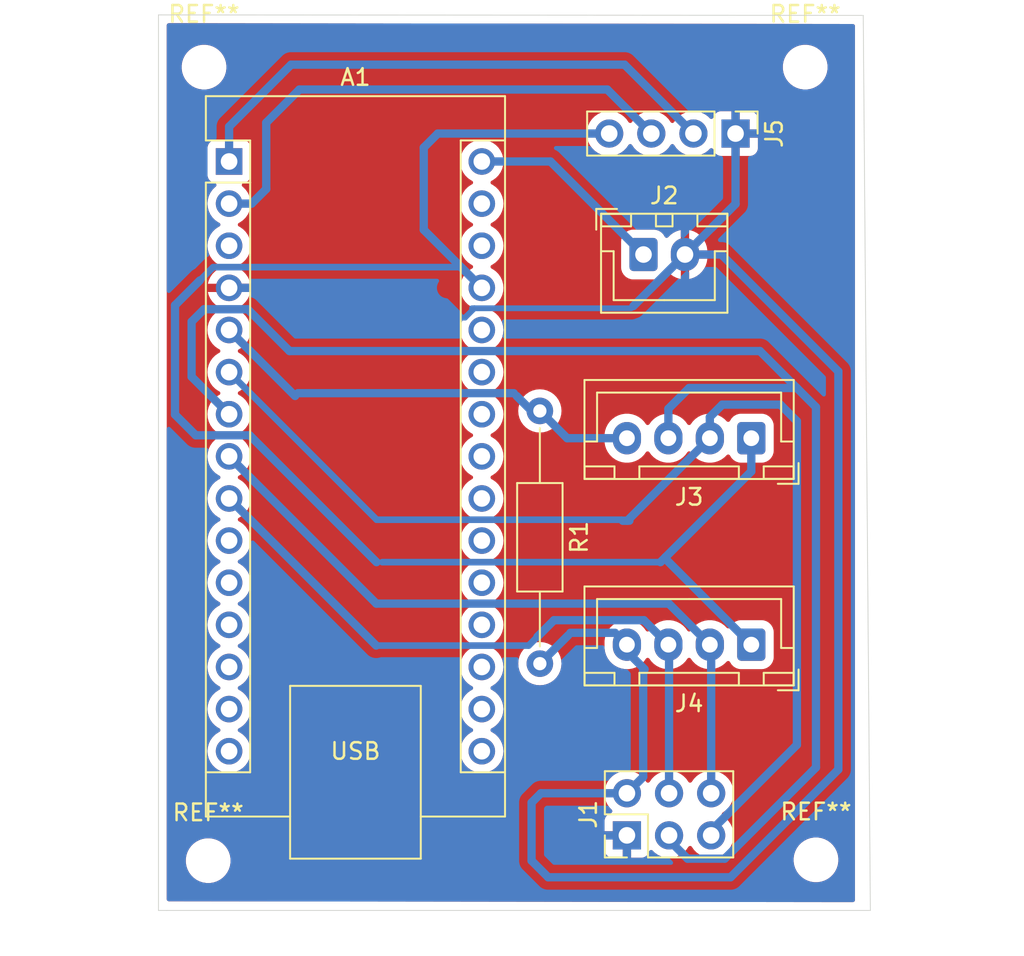
<source format=kicad_pcb>
(kicad_pcb (version 20240108) (generator "pcbnew") (generator_version "8.0")
  (layers (0 "F.Cu" signal) (31 "B.Cu" signal) (34 "B.Paste" user) (35 "F.Paste" user) (36 "B.SilkS" user "B.Silkscreen") (37 "F.SilkS" user "F.Silkscreen") (38 "B.Mask" user) (39 "F.Mask" user) (44 "Edge.Cuts" user))
  (net 0 "")
  (net 6 "+5V")
  (net 8 "ENA")
  (net 10 "PULSE_X")
  (net 14 "DIR_X")
  (net 16 "Vcc")
  (net 17 "gnd!")
  (net 26 "DIR_Y")
  (net 27 "PULSE_Y")
  (net 29 "UART_TX")
  (net 30 "UART_RX")
  (net 31 "ENA_")
  (footprint "Connector_PinHeader_2.54mm:PinHeader_1x04_P2.54mm_Vertical" (layer "F.Cu") (at 118.299996 28.155 -90)
    (property "Reference" "J5" (at 0 -2.33 90) (layer "F.SilkS"))
    (property "Value" "Conn_01x04_Pin")
    (fp_line (start -1.33 8.95) (end 1.33 8.95) (stroke (width 0.12)) (layer "F.SilkS"))
    (fp_line (start -1.33 1.27) (end -1.33 8.95) (stroke (width 0.12)) (layer "F.SilkS"))
    (fp_line (start -1.33 1.27) (end 1.33 1.27) (stroke (width 0.12)) (layer "F.SilkS"))
    (fp_line (start 1.33 1.27) (end 1.33 8.95) (stroke (width 0.12)) (layer "F.SilkS"))
    (fp_line (start -1.33 0) (end -1.33 -1.33) (stroke (width 0.12)) (layer "F.SilkS"))
    (fp_line (start -1.33 -1.33) (end 0 -1.33) (stroke (width 0.12)) (layer "F.SilkS"))
    (pad "1" thru_hole rect (at 0 0 270) (size 1.7 1.7) (drill 1) (layers "*.Cu" "*.Mask") (net 17 "gnd!"))
    (pad "2" thru_hole oval (at 0 2.54 270) (size 1.7 1.7) (drill 1) (layers "*.Cu" "*.Mask") (net 29 "UART_TX"))
    (pad "3" thru_hole oval (at 0 5.08 270) (size 1.7 1.7) (drill 1) (layers "*.Cu" "*.Mask") (net 30 "UART_RX"))
    (pad "4" thru_hole oval (at 0 7.62 270) (size 1.7 1.7) (drill 1) (layers "*.Cu" "*.Mask") (net 6 "+5V"))
  )
  (footprint "MountingHole:MountingHole_2.2mm_M2_DIN965" (layer "F.Cu") (at 86.5 72)
    (property "Reference" "REF**" (at 0 -2.9 0) (layer "F.SilkS"))
    (property "Value" "MountingHole_2.2mm_M2_DIN965")
    (pad "" np_thru_hole circle (at 0 0) (size 2.2 2.2) (drill 2.2) (layers "*.Cu" "*.Mask"))
  )
  (footprint "Module:Arduino_Nano" (layer "F.Cu") (at 87.759996 29.84)
    (property "Reference" "A1" (at 7.62 -5.08 0) (layer "F.SilkS"))
    (property "Value" "Arduino_Nano_v3.x")
    (fp_line (start -1.4 -3.94) (end -1.4 -1.27) (stroke (width 0.12)) (layer "F.SilkS"))
    (fp_line (start -1.4 1.27) (end -1.4 39.5) (stroke (width 0.12)) (layer "F.SilkS"))
    (fp_line (start -1.4 39.5) (end 3.68 39.5) (stroke (width 0.12)) (layer "F.SilkS"))
    (fp_line (start 1.27 -1.27) (end -1.4 -1.27) (stroke (width 0.12)) (layer "F.SilkS"))
    (fp_line (start 1.27 1.27) (end -1.4 1.27) (stroke (width 0.12)) (layer "F.SilkS"))
    (fp_line (start 1.27 1.27) (end 1.27 -1.27) (stroke (width 0.12)) (layer "F.SilkS"))
    (fp_line (start 1.27 1.27) (end 1.27 36.83) (stroke (width 0.12)) (layer "F.SilkS"))
    (fp_line (start 1.27 36.83) (end -1.4 36.83) (stroke (width 0.12)) (layer "F.SilkS"))
    (fp_line (start 3.68 31.62) (end 11.56 31.62) (stroke (width 0.12)) (layer "F.SilkS"))
    (fp_line (start 3.68 42.04) (end 3.68 31.62) (stroke (width 0.12)) (layer "F.SilkS"))
    (fp_line (start 11.56 31.62) (end 11.56 42.04) (stroke (width 0.12)) (layer "F.SilkS"))
    (fp_line (start 11.56 42.04) (end 3.68 42.04) (stroke (width 0.12)) (layer "F.SilkS"))
    (fp_line (start 13.97 -1.27) (end 13.97 36.83) (stroke (width 0.12)) (layer "F.SilkS"))
    (fp_line (start 13.97 -1.27) (end 16.64 -1.27) (stroke (width 0.12)) (layer "F.SilkS"))
    (fp_line (start 13.97 36.83) (end 16.64 36.83) (stroke (width 0.12)) (layer "F.SilkS"))
    (fp_line (start 16.64 -3.94) (end -1.4 -3.94) (stroke (width 0.12)) (layer "F.SilkS"))
    (fp_line (start 16.64 39.5) (end 11.56 39.5) (stroke (width 0.12)) (layer "F.SilkS"))
    (fp_line (start 16.64 39.5) (end 16.64 -3.94) (stroke (width 0.12)) (layer "F.SilkS"))
    (fp_text user "USB" (at 7.62 35.56 0) (layer "F.SilkS"))
    (pad "1" thru_hole rect (at 0 0) (size 1.6 1.6) (drill 1) (layers "*.Cu" "*.Mask") (net 29 "UART_TX"))
    (pad "2" thru_hole oval (at 0 2.54) (size 1.6 1.6) (drill 1) (layers "*.Cu" "*.Mask") (net 30 "UART_RX"))
    (pad "3" thru_hole oval (at 0 5.08) (size 1.6 1.6) (drill 1) (layers "*.Cu" "*.Mask"))
    (pad "4" thru_hole oval (at 0 7.62) (size 1.6 1.6) (drill 1) (layers "*.Cu" "*.Mask") (net 17 "gnd!"))
    (pad "5" thru_hole oval (at 0 10.16) (size 1.6 1.6) (drill 1) (layers "*.Cu" "*.Mask") (net 8 "ENA"))
    (pad "6" thru_hole oval (at 0 12.7) (size 1.6 1.6) (drill 1) (layers "*.Cu" "*.Mask") (net 10 "PULSE_X"))
    (pad "7" thru_hole oval (at 0 15.24) (size 1.6 1.6) (drill 1) (layers "*.Cu" "*.Mask") (net 14 "DIR_X"))
    (pad "8" thru_hole oval (at 0 17.78) (size 1.6 1.6) (drill 1) (layers "*.Cu" "*.Mask") (net 27 "PULSE_Y"))
    (pad "9" thru_hole oval (at 0 20.32) (size 1.6 1.6) (drill 1) (layers "*.Cu" "*.Mask") (net 26 "DIR_Y"))
    (pad "10" thru_hole oval (at 0 22.86) (size 1.6 1.6) (drill 1) (layers "*.Cu" "*.Mask"))
    (pad "11" thru_hole oval (at 0 25.4) (size 1.6 1.6) (drill 1) (layers "*.Cu" "*.Mask"))
    (pad "12" thru_hole oval (at 0 27.94) (size 1.6 1.6) (drill 1) (layers "*.Cu" "*.Mask"))
    (pad "13" thru_hole oval (at 0 30.48) (size 1.6 1.6) (drill 1) (layers "*.Cu" "*.Mask"))
    (pad "14" thru_hole oval (at 0 33.02) (size 1.6 1.6) (drill 1) (layers "*.Cu" "*.Mask"))
    (pad "15" thru_hole oval (at 0 35.56) (size 1.6 1.6) (drill 1) (layers "*.Cu" "*.Mask"))
    (pad "16" thru_hole oval (at 15.24 35.56) (size 1.6 1.6) (drill 1) (layers "*.Cu" "*.Mask"))
    (pad "17" thru_hole oval (at 15.24 33.02) (size 1.6 1.6) (drill 1) (layers "*.Cu" "*.Mask"))
    (pad "18" thru_hole oval (at 15.24 30.48) (size 1.6 1.6) (drill 1) (layers "*.Cu" "*.Mask"))
    (pad "19" thru_hole oval (at 15.24 27.94) (size 1.6 1.6) (drill 1) (layers "*.Cu" "*.Mask"))
    (pad "20" thru_hole oval (at 15.24 25.4) (size 1.6 1.6) (drill 1) (layers "*.Cu" "*.Mask"))
    (pad "21" thru_hole oval (at 15.24 22.86) (size 1.6 1.6) (drill 1) (layers "*.Cu" "*.Mask"))
    (pad "22" thru_hole oval (at 15.24 20.32) (size 1.6 1.6) (drill 1) (layers "*.Cu" "*.Mask"))
    (pad "23" thru_hole oval (at 15.24 17.78) (size 1.6 1.6) (drill 1) (layers "*.Cu" "*.Mask"))
    (pad "24" thru_hole oval (at 15.24 15.24) (size 1.6 1.6) (drill 1) (layers "*.Cu" "*.Mask"))
    (pad "25" thru_hole oval (at 15.24 12.7) (size 1.6 1.6) (drill 1) (layers "*.Cu" "*.Mask"))
    (pad "26" thru_hole oval (at 15.24 10.16) (size 1.6 1.6) (drill 1) (layers "*.Cu" "*.Mask"))
    (pad "27" thru_hole oval (at 15.24 7.62) (size 1.6 1.6) (drill 1) (layers "*.Cu" "*.Mask") (net 6 "+5V"))
    (pad "28" thru_hole oval (at 15.24 5.08) (size 1.6 1.6) (drill 1) (layers "*.Cu" "*.Mask"))
    (pad "29" thru_hole oval (at 15.24 2.54) (size 1.6 1.6) (drill 1) (layers "*.Cu" "*.Mask"))
    (pad "30" thru_hole oval (at 15.24 0) (size 1.6 1.6) (drill 1) (layers "*.Cu" "*.Mask") (net 16 "Vcc"))
  )
  (footprint "Connector_JST:JST_XH_B4B-XH-A_1x04_P2.50mm_Vertical" (layer "F.Cu") (at 119.249996 46.525 180)
    (property "Reference" "J3" (at 3.75 -3.55 180) (layer "F.SilkS"))
    (property "Value" "Conn_01x04")
    (fp_line (start 10.06 3.51) (end 10.06 -2.46) (stroke (width 0.12)) (layer "F.SilkS"))
    (fp_line (start 10.06 -2.46) (end -2.56 -2.46) (stroke (width 0.12)) (layer "F.SilkS"))
    (fp_line (start 10.05 -0.2) (end 9.3 -0.2) (stroke (width 0.12)) (layer "F.SilkS"))
    (fp_line (start 10.05 -1.7) (end 10.05 -2.45) (stroke (width 0.12)) (layer "F.SilkS"))
    (fp_line (start 10.05 -2.45) (end 8.25 -2.45) (stroke (width 0.12)) (layer "F.SilkS"))
    (fp_line (start 9.3 2.75) (end 3.75 2.75) (stroke (width 0.12)) (layer "F.SilkS"))
    (fp_line (start 9.3 -0.2) (end 9.3 2.75) (stroke (width 0.12)) (layer "F.SilkS"))
    (fp_line (start 8.25 -1.7) (end 10.05 -1.7) (stroke (width 0.12)) (layer "F.SilkS"))
    (fp_line (start 8.25 -2.45) (end 8.25 -1.7) (stroke (width 0.12)) (layer "F.SilkS"))
    (fp_line (start 6.75 -1.7) (end 6.75 -2.45) (stroke (width 0.12)) (layer "F.SilkS"))
    (fp_line (start 6.75 -2.45) (end 0.75 -2.45) (stroke (width 0.12)) (layer "F.SilkS"))
    (fp_line (start 0.75 -1.7) (end 6.75 -1.7) (stroke (width 0.12)) (layer "F.SilkS"))
    (fp_line (start 0.75 -2.45) (end 0.75 -1.7) (stroke (width 0.12)) (layer "F.SilkS"))
    (fp_line (start -0.75 -1.7) (end -0.75 -2.45) (stroke (width 0.12)) (layer "F.SilkS"))
    (fp_line (start -0.75 -2.45) (end -2.55 -2.45) (stroke (width 0.12)) (layer "F.SilkS"))
    (fp_line (start -1.6 -2.75) (end -2.85 -2.75) (stroke (width 0.12)) (layer "F.SilkS"))
    (fp_line (start -1.8 2.75) (end 3.75 2.75) (stroke (width 0.12)) (layer "F.SilkS"))
    (fp_line (start -1.8 -0.2) (end -1.8 2.75) (stroke (width 0.12)) (layer "F.SilkS"))
    (fp_line (start -2.55 -0.2) (end -1.8 -0.2) (stroke (width 0.12)) (layer "F.SilkS"))
    (fp_line (start -2.55 -1.7) (end -0.75 -1.7) (stroke (width 0.12)) (layer "F.SilkS"))
    (fp_line (start -2.55 -2.45) (end -2.55 -1.7) (stroke (width 0.12)) (layer "F.SilkS"))
    (fp_line (start -2.56 3.51) (end 10.06 3.51) (stroke (width 0.12)) (layer "F.SilkS"))
    (fp_line (start -2.56 -2.46) (end -2.56 3.51) (stroke (width 0.12)) (layer "F.SilkS"))
    (fp_line (start -2.85 -2.75) (end -2.85 -1.5) (stroke (width 0.12)) (layer "F.SilkS"))
    (pad "1" thru_hole roundrect (at 0 0 180) (size 1.7 1.95) (drill 0.95) (layers "*.Cu" "*.Mask") (roundrect_rratio 0.1470588235) (net 6 "+5V"))
    (pad "2" thru_hole oval (at 2.5 0 180) (size 1.7 1.95) (drill 0.95) (layers "*.Cu" "*.Mask") (net 10 "PULSE_X"))
    (pad "3" thru_hole oval (at 5 0 180) (size 1.7 1.95) (drill 0.95) (layers "*.Cu" "*.Mask") (net 14 "DIR_X"))
    (pad "4" thru_hole oval (at 7.5 0 180) (size 1.7 1.95) (drill 0.95) (layers "*.Cu" "*.Mask") (net 8 "ENA"))
  )
  (footprint "Connector_PinHeader_2.54mm:PinHeader_2x03_P2.54mm_Vertical" (layer "F.Cu") (at 111.749996 70.475 90)
    (property "Reference" "J1" (at 1.27 -2.33 -90) (layer "F.SilkS"))
    (property "Value" "Conn_02x03_Odd_Even")
    (fp_line (start 3.87 -1.33) (end 3.87 6.41) (stroke (width 0.12)) (layer "F.SilkS"))
    (fp_line (start 1.27 -1.33) (end 3.87 -1.33) (stroke (width 0.12)) (layer "F.SilkS"))
    (fp_line (start -1.33 -1.33) (end 0 -1.33) (stroke (width 0.12)) (layer "F.SilkS"))
    (fp_line (start -1.33 0) (end -1.33 -1.33) (stroke (width 0.12)) (layer "F.SilkS"))
    (fp_line (start 1.27 1.27) (end 1.27 -1.33) (stroke (width 0.12)) (layer "F.SilkS"))
    (fp_line (start -1.33 1.27) (end 1.27 1.27) (stroke (width 0.12)) (layer "F.SilkS"))
    (fp_line (start -1.33 1.27) (end -1.33 6.41) (stroke (width 0.12)) (layer "F.SilkS"))
    (fp_line (start -1.33 6.41) (end 3.87 6.41) (stroke (width 0.12)) (layer "F.SilkS"))
    (pad "1" thru_hole rect (at 0 0 90) (size 1.7 1.7) (drill 1) (layers "*.Cu" "*.Mask") (net 17 "gnd!"))
    (pad "2" thru_hole oval (at 2.54 0 90) (size 1.7 1.7) (drill 1) (layers "*.Cu" "*.Mask") (net 8 "ENA"))
    (pad "3" thru_hole oval (at 0 2.54 90) (size 1.7 1.7) (drill 1) (layers "*.Cu" "*.Mask") (net 14 "DIR_X"))
    (pad "4" thru_hole oval (at 2.54 2.54 90) (size 1.7 1.7) (drill 1) (layers "*.Cu" "*.Mask") (net 26 "DIR_Y"))
    (pad "5" thru_hole oval (at 0 5.08 90) (size 1.7 1.7) (drill 1) (layers "*.Cu" "*.Mask") (net 10 "PULSE_X"))
    (pad "6" thru_hole oval (at 2.54 5.08 90) (size 1.7 1.7) (drill 1) (layers "*.Cu" "*.Mask") (net 27 "PULSE_Y"))
  )
  (footprint "Connector_JST:JST_XH_B4B-XH-A_1x04_P2.50mm_Vertical" (layer "F.Cu") (at 119.249996 58.975 180)
    (property "Reference" "J4" (at 3.75 -3.55 180) (layer "F.SilkS"))
    (property "Value" "Conn_01x04")
    (fp_line (start 10.06 3.51) (end 10.06 -2.46) (stroke (width 0.12)) (layer "F.SilkS"))
    (fp_line (start 10.06 -2.46) (end -2.56 -2.46) (stroke (width 0.12)) (layer "F.SilkS"))
    (fp_line (start 10.05 -0.2) (end 9.3 -0.2) (stroke (width 0.12)) (layer "F.SilkS"))
    (fp_line (start 10.05 -1.7) (end 10.05 -2.45) (stroke (width 0.12)) (layer "F.SilkS"))
    (fp_line (start 10.05 -2.45) (end 8.25 -2.45) (stroke (width 0.12)) (layer "F.SilkS"))
    (fp_line (start 9.3 2.75) (end 3.75 2.75) (stroke (width 0.12)) (layer "F.SilkS"))
    (fp_line (start 9.3 -0.2) (end 9.3 2.75) (stroke (width 0.12)) (layer "F.SilkS"))
    (fp_line (start 8.25 -1.7) (end 10.05 -1.7) (stroke (width 0.12)) (layer "F.SilkS"))
    (fp_line (start 8.25 -2.45) (end 8.25 -1.7) (stroke (width 0.12)) (layer "F.SilkS"))
    (fp_line (start 6.75 -1.7) (end 6.75 -2.45) (stroke (width 0.12)) (layer "F.SilkS"))
    (fp_line (start 6.75 -2.45) (end 0.75 -2.45) (stroke (width 0.12)) (layer "F.SilkS"))
    (fp_line (start 0.75 -1.7) (end 6.75 -1.7) (stroke (width 0.12)) (layer "F.SilkS"))
    (fp_line (start 0.75 -2.45) (end 0.75 -1.7) (stroke (width 0.12)) (layer "F.SilkS"))
    (fp_line (start -0.75 -1.7) (end -0.75 -2.45) (stroke (width 0.12)) (layer "F.SilkS"))
    (fp_line (start -0.75 -2.45) (end -2.55 -2.45) (stroke (width 0.12)) (layer "F.SilkS"))
    (fp_line (start -1.6 -2.75) (end -2.85 -2.75) (stroke (width 0.12)) (layer "F.SilkS"))
    (fp_line (start -1.8 2.75) (end 3.75 2.75) (stroke (width 0.12)) (layer "F.SilkS"))
    (fp_line (start -1.8 -0.2) (end -1.8 2.75) (stroke (width 0.12)) (layer "F.SilkS"))
    (fp_line (start -2.55 -0.2) (end -1.8 -0.2) (stroke (width 0.12)) (layer "F.SilkS"))
    (fp_line (start -2.55 -1.7) (end -0.75 -1.7) (stroke (width 0.12)) (layer "F.SilkS"))
    (fp_line (start -2.55 -2.45) (end -2.55 -1.7) (stroke (width 0.12)) (layer "F.SilkS"))
    (fp_line (start -2.56 3.51) (end 10.06 3.51) (stroke (width 0.12)) (layer "F.SilkS"))
    (fp_line (start -2.56 -2.46) (end -2.56 3.51) (stroke (width 0.12)) (layer "F.SilkS"))
    (fp_line (start -2.85 -2.75) (end -2.85 -1.5) (stroke (width 0.12)) (layer "F.SilkS"))
    (pad "1" thru_hole roundrect (at 0 0 180) (size 1.7 1.95) (drill 0.95) (layers "*.Cu" "*.Mask") (roundrect_rratio 0.1470588235) (net 6 "+5V"))
    (pad "2" thru_hole oval (at 2.5 0 180) (size 1.7 1.95) (drill 0.95) (layers "*.Cu" "*.Mask") (net 27 "PULSE_Y"))
    (pad "3" thru_hole oval (at 5 0 180) (size 1.7 1.95) (drill 0.95) (layers "*.Cu" "*.Mask") (net 26 "DIR_Y"))
    (pad "4" thru_hole oval (at 7.5 0 180) (size 1.7 1.95) (drill 0.95) (layers "*.Cu" "*.Mask") (net 8 "ENA"))
  )
  (footprint "Connector_JST:JST_XH_B2B-XH-A_1x02_P2.50mm_Vertical" (layer "F.Cu") (at 112.749996 35.45)
    (property "Reference" "J2" (at 1.25 -3.55 0) (layer "F.SilkS"))
    (property "Value" "Conn_01x02_Pin")
    (fp_line (start -2.85 -2.75) (end -2.85 -1.5) (stroke (width 0.12)) (layer "F.SilkS"))
    (fp_line (start -2.56 -2.46) (end -2.56 3.51) (stroke (width 0.12)) (layer "F.SilkS"))
    (fp_line (start -2.56 3.51) (end 5.06 3.51) (stroke (width 0.12)) (layer "F.SilkS"))
    (fp_line (start -2.55 -2.45) (end -2.55 -1.7) (stroke (width 0.12)) (layer "F.SilkS"))
    (fp_line (start -2.55 -1.7) (end -0.75 -1.7) (stroke (width 0.12)) (layer "F.SilkS"))
    (fp_line (start -2.55 -0.2) (end -1.8 -0.2) (stroke (width 0.12)) (layer "F.SilkS"))
    (fp_line (start -1.8 -0.2) (end -1.8 2.75) (stroke (width 0.12)) (layer "F.SilkS"))
    (fp_line (start -1.8 2.75) (end 1.25 2.75) (stroke (width 0.12)) (layer "F.SilkS"))
    (fp_line (start -1.6 -2.75) (end -2.85 -2.75) (stroke (width 0.12)) (layer "F.SilkS"))
    (fp_line (start -0.75 -2.45) (end -2.55 -2.45) (stroke (width 0.12)) (layer "F.SilkS"))
    (fp_line (start -0.75 -1.7) (end -0.75 -2.45) (stroke (width 0.12)) (layer "F.SilkS"))
    (fp_line (start 0.75 -2.45) (end 0.75 -1.7) (stroke (width 0.12)) (layer "F.SilkS"))
    (fp_line (start 0.75 -1.7) (end 1.75 -1.7) (stroke (width 0.12)) (layer "F.SilkS"))
    (fp_line (start 1.75 -2.45) (end 0.75 -2.45) (stroke (width 0.12)) (layer "F.SilkS"))
    (fp_line (start 1.75 -1.7) (end 1.75 -2.45) (stroke (width 0.12)) (layer "F.SilkS"))
    (fp_line (start 3.25 -2.45) (end 3.25 -1.7) (stroke (width 0.12)) (layer "F.SilkS"))
    (fp_line (start 3.25 -1.7) (end 5.05 -1.7) (stroke (width 0.12)) (layer "F.SilkS"))
    (fp_line (start 4.3 -0.2) (end 4.3 2.75) (stroke (width 0.12)) (layer "F.SilkS"))
    (fp_line (start 4.3 2.75) (end 1.25 2.75) (stroke (width 0.12)) (layer "F.SilkS"))
    (fp_line (start 5.05 -2.45) (end 3.25 -2.45) (stroke (width 0.12)) (layer "F.SilkS"))
    (fp_line (start 5.05 -1.7) (end 5.05 -2.45) (stroke (width 0.12)) (layer "F.SilkS"))
    (fp_line (start 5.05 -0.2) (end 4.3 -0.2) (stroke (width 0.12)) (layer "F.SilkS"))
    (fp_line (start 5.06 -2.46) (end -2.56 -2.46) (stroke (width 0.12)) (layer "F.SilkS"))
    (fp_line (start 5.06 3.51) (end 5.06 -2.46) (stroke (width 0.12)) (layer "F.SilkS"))
    (pad "1" thru_hole roundrect (at 0 0) (size 1.7 2) (drill 1) (layers "*.Cu" "*.Mask") (roundrect_rratio 0.147059) (net 16 "Vcc"))
    (pad "2" thru_hole oval (at 2.5 0) (size 1.7 2) (drill 1) (layers "*.Cu" "*.Mask") (net 17 "gnd!"))
  )
  (footprint "MountingHole:MountingHole_2.2mm_M2" (layer "F.Cu") (at 122.5 24.15)
    (property "Reference" "REF**" (at 0 -3.2 0) (layer "F.SilkS"))
    (property "Value" "MountingHole_2.2mm_M2")
    (pad "" np_thru_hole circle (at 0 0) (size 2.2 2.2) (drill 2.2) (layers "*.Cu" "*.Mask"))
  )
  (footprint "MountingHole:MountingHole_2.2mm_M2_DIN965" (layer "F.Cu") (at 123.15 71.95)
    (property "Reference" "REF**" (at 0 -2.9 0) (layer "F.SilkS"))
    (property "Value" "MountingHole_2.2mm_M2_DIN965")
    (pad "" np_thru_hole circle (at 0 0) (size 2.2 2.2) (drill 2.2) (layers "*.Cu" "*.Mask"))
  )
  (footprint "Resistor_THT:R_Axial_DIN0207_L6.3mm_D2.5mm_P15.24mm_Horizontal" (layer "F.Cu") (at 106.499996 44.88 -90)
    (property "Reference" "R1" (at 7.62 -2.37 90) (layer "F.SilkS"))
    (property "Value" "0")
    (fp_line (start 4.35 1.37) (end 10.89 1.37) (stroke (width 0.12)) (layer "F.SilkS"))
    (fp_line (start 10.89 1.37) (end 10.89 -1.37) (stroke (width 0.12)) (layer "F.SilkS"))
    (fp_line (start 1.04 0) (end 4.35 0) (stroke (width 0.12)) (layer "F.SilkS"))
    (fp_line (start 14.2 0) (end 10.89 0) (stroke (width 0.12)) (layer "F.SilkS"))
    (fp_line (start 4.35 -1.37) (end 4.35 1.37) (stroke (width 0.12)) (layer "F.SilkS"))
    (fp_line (start 10.89 -1.37) (end 4.35 -1.37) (stroke (width 0.12)) (layer "F.SilkS"))
    (pad "1" thru_hole circle (at 0 0 270) (size 1.6 1.6) (drill 0.8) (layers "*.Cu" "*.Mask") (net 8 "ENA"))
    (pad "2" thru_hole oval (at 15.24 0 270) (size 1.6 1.6) (drill 0.8) (layers "*.Cu" "*.Mask") (net 31 "ENA_"))
  )
  (footprint "MountingHole:MountingHole_2.2mm_M2" (layer "F.Cu") (at 86.25 24.15)
    (property "Reference" "REF**" (at 0 -3.2 0) (layer "F.SilkS"))
    (property "Value" "MountingHole_2.2mm_M2")
    (pad "" np_thru_hole circle (at 0 0) (size 2.2 2.2) (drill 2.2) (layers "*.Cu" "*.Mask"))
  )
  (gr_line (start 83.999996 75) (end 126.43 75) (stroke (width 0.05)) (layer "Edge.Cuts"))
  (gr_line (start 83.499996 75) (end 83.999996 75) (stroke (width 0.05)) (layer "Edge.Cuts"))
  (gr_line (start 83.499996 21) (end 83.499996 75) (stroke (width 0.05)) (layer "Edge.Cuts"))
  (gr_line (start 126.43 75) (end 126 21.03) (stroke (width 0.05)) (layer "Edge.Cuts"))
  (gr_line (start 126 21.03) (end 83.499996 21) (stroke (width 0.05)) (layer "Edge.Cuts"))
  (segment (start 114.077498 53.697498) (end 114.077498 53.802502) (width 0.5) (layer "B.Cu") (net 6))
  (segment (start 119.249996 48.525) (end 114.077498 53.697498) (width 0.5) (layer "B.Cu") (net 6))
  (segment (start 99.499996 33.96) (end 102.999996 37.46) (width 0.5) (layer "B.Cu") (net 6))
  (segment (start 96.65 54) (end 89 46.35) (width 0.5) (layer "B.Cu") (net 6))
  (segment (start 84.5 45.1) (end 84.5 38.51) (width 0.5) (layer "B.Cu") (net 6))
  (segment (start 114.077498 53.802502) (end 119.249996 58.975) (width 0.5) (layer "B.Cu") (net 6))
  (segment (start 110.679996 28.155) (end 100.344996 28.155) (width 0.5) (layer "B.Cu") (net 6))
  (segment (start 114.077498 53.697498) (end 113.774996 54) (width 0.5) (layer "B.Cu") (net 6))
  (segment (start 119.249996 46.525) (end 119.249996 48.525) (width 0.5) (layer "B.Cu") (net 6))
  (segment (start 84.5 38.51) (end 85.999996 37.010004) (width 0.5) (layer "B.Cu") (net 6))
  (segment (start 96.65 54) (end 96.999996 54) (width 0.3) (layer "B.Cu") (net 6))
  (segment (start 99.499996 29) (end 99.499996 33.96) (width 0.5) (layer "B.Cu") (net 6))
  (segment (start 89 46.35) (end 85.75 46.35) (width 0.5) (layer "B.Cu") (net 6))
  (segment (start 101.749996 36.21) (end 86.8 36.21) (width 0.4) (layer "B.Cu") (net 6))
  (segment (start 85.999996 37.010004) (end 86.78 36.23) (width 0.4) (layer "B.Cu") (net 6))
  (segment (start 113.774996 54) (end 96.999996 54) (width 0.4) (layer "B.Cu") (net 6))
  (segment (start 100.344996 28.155) (end 99.499996 29) (width 0.5) (layer "B.Cu") (net 6))
  (segment (start 85.75 46.35) (end 84.5 45.1) (width 0.5) (layer "B.Cu") (net 6))
  (segment (start 102.999996 37.46) (end 101.749996 36.21) (width 0.5) (layer "B.Cu") (net 6))
  (segment (start 105.099996 43.98) (end 104.929996 43.81) (width 0.3) (layer "B.Cu") (net 8))
  (segment (start 91.739996 43.98) (end 87.759996 40) (width 0.5) (layer "B.Cu") (net 8))
  (segment (start 105.999996 44.88) (end 105.099996 43.98) (width 0.5) (layer "B.Cu") (net 8))
  (segment (start 108.144996 46.525) (end 106.499996 44.88) (width 0.5) (layer "B.Cu") (net 8))
  (segment (start 91.909996 43.81) (end 91.739996 43.98) (width 0.3) (layer "B.Cu") (net 8))
  (segment (start 111.749996 46.525) (end 108.144996 46.525) (width 0.5) (layer "B.Cu") (net 8))
  (segment (start 104.929996 43.81) (end 91.909996 43.81) (width 0.5) (layer "B.Cu") (net 8))
  (segment (start 117.499996 44.5) (end 120.999996 44.5) (width 0.5) (layer "B.Cu") (net 10))
  (segment (start 116.749996 45.25) (end 117.499996 44.5) (width 0.5) (layer "B.Cu") (net 10))
  (segment (start 111.439996 51.44) (end 96.659996 51.44) (width 0.4) (layer "B.Cu") (net 10))
  (segment (start 96.659996 51.44) (end 87.759996 42.54) (width 0.4) (layer "B.Cu") (net 10))
  (segment (start 111.499996 51.5) (end 111.774996 51.5) (width 0.5) (layer "B.Cu") (net 10))
  (segment (start 120.999996 44.5) (end 121.999996 45.5) (width 0.5) (layer "B.Cu") (net 10))
  (segment (start 121.999996 65.015) (end 116.539996 70.475) (width 0.5) (layer "B.Cu") (net 10))
  (segment (start 111.499996 51.5) (end 111.899996 51.5) (width 0.5) (layer "B.Cu") (net 10))
  (segment (start 111.499996 51.5) (end 111.439996 51.44) (width 0.4) (layer "B.Cu") (net 10))
  (segment (start 111.774996 51.5) (end 116.749996 46.525) (width 0.5) (layer "B.Cu") (net 10))
  (segment (start 121.999996 45.5) (end 121.999996 65.015) (width 0.5) (layer "B.Cu") (net 10))
  (segment (start 116.749996 46.525) (end 116.749996 45.25) (width 0.5) (layer "B.Cu") (net 10))
  (segment (start 114.249996 44.75) (end 114.249996 46.525) (width 0.5) (layer "B.Cu") (net 14))
  (segment (start 119.769996 41.27) (end 121.999996 43.5) (width 0.5) (layer "B.Cu") (net 14))
  (segment (start 117.65 71.88) (end 123.15 66.38) (width 0.5) (layer "B.Cu") (net 14))
  (segment (start 123.15 44.650004) (end 121.999996 43.5) (width 0.5) (layer "B.Cu") (net 14))
  (segment (start 86.25 38.75) (end 88.88431 38.75) (width 0.5) (layer "B.Cu") (net 14))
  (segment (start 87.759996 45.08) (end 85.5 42.820004) (width 0.5) (layer "B.Cu") (net 14))
  (segment (start 91.40431 41.27) (end 119.769996 41.27) (width 0.5) (layer "B.Cu") (net 14))
  (segment (start 113.999996 70.475) (end 115.404996 71.88) (width 0.5) (layer "B.Cu") (net 14))
  (segment (start 85.5 39.5) (end 86.25 38.75) (width 0.5) (layer "B.Cu") (net 14))
  (segment (start 121.999996 43.5) (end 115.499996 43.5) (width 0.5) (layer "B.Cu") (net 14))
  (segment (start 88.88431 38.75) (end 91.40431 41.27) (width 0.5) (layer "B.Cu") (net 14))
  (segment (start 123.15 66.38) (end 123.15 44.650004) (width 0.5) (layer "B.Cu") (net 14))
  (segment (start 85.5 42.820004) (end 85.5 39.5) (width 0.5) (layer "B.Cu") (net 14))
  (segment (start 115.404996 71.88) (end 117.65 71.88) (width 0.5) (layer "B.Cu") (net 14))
  (segment (start 115.499996 43.5) (end 114.249996 44.75) (width 0.5) (layer "B.Cu") (net 14))
  (segment (start 102.999996 29.84) (end 107.139996 29.84) (width 0.5) (layer "B.Cu") (net 16))
  (segment (start 107.139996 29.84) (end 112.749996 35.45) (width 0.5) (layer "B.Cu") (net 16))
  (segment (start 97.31 37.46) (end 99.3 39.45) (width 0.2) (layer "B.Cu") (net 17))
  (segment (start 87.759996 37.46) (end 97.31 37.46) (width 0.2) (layer "B.Cu") (net 17))
  (segment (start 111.749996 70.475) (end 111.749996 70.185) (width 0.2) (layer "B.Cu") (net 17))
  (segment (start 114.289996 59.015) (end 114.249996 58.975) (width 0.2) (layer "B.Cu") (net 26))
  (segment (start 114.289996 67.935) (end 114.289996 59.015) (width 0.5) (layer "B.Cu") (net 26))
  (segment (start 112.774996 57.5) (end 114.249996 58.975) (width 0.5) (layer "B.Cu") (net 26))
  (segment (start 106.352229 58.5) (end 107.352229 57.5) (width 0.5) (layer "B.Cu") (net 26))
  (segment (start 105.822229 59.03) (end 106.352229 58.5) (width 0.4) (layer "B.Cu") (net 26))
  (segment (start 107.352229 57.5) (end 112.774996 57.5) (width 0.5) (layer "B.Cu") (net 26))
  (segment (start 87.759996 50.16) (end 96.629996 59.03) (width 0.5) (layer "B.Cu") (net 26))
  (segment (start 113.749996 67.685) (end 113.999996 67.935) (width 0.5) (layer "B.Cu") (net 26))
  (segment (start 96.629996 59.03) (end 105.822229 59.03) (width 0.4) (layer "B.Cu") (net 26))
  (segment (start 116.829996 59.055) (end 116.749996 58.975) (width 0.2) (layer "B.Cu") (net 27))
  (segment (start 116.829996 67.935) (end 116.829996 59.055) (width 0.5) (layer "B.Cu") (net 27))
  (segment (start 116.539996 59.265) (end 116.249996 58.975) (width 0.5) (layer "B.Cu") (net 27))
  (segment (start 96.639996 56.5) (end 114.274996 56.5) (width 0.5) (layer "B.Cu") (net 27))
  (segment (start 114.274996 56.5) (end 116.749996 58.975) (width 0.5) (layer "B.Cu") (net 27))
  (segment (start 87.759996 47.62) (end 96.639996 56.5) (width 0.5) (layer "B.Cu") (net 27))
  (segment (start 87.759996 27.74) (end 91.499996 24) (width 0.5) (layer "B.Cu") (net 29))
  (segment (start 111.604996 24) (end 115.759996 28.155) (width 0.5) (layer "B.Cu") (net 29))
  (segment (start 87.759996 29.84) (end 87.759996 27.74) (width 0.5) (layer "B.Cu") (net 29))
  (segment (start 91.499996 24) (end 111.604996 24) (width 0.5) (layer "B.Cu") (net 29))
  (segment (start 91.999996 25.5) (end 89.999996 27.5) (width 0.5) (layer "B.Cu") (net 30))
  (segment (start 110.564996 25.5) (end 91.999996 25.5) (width 0.5) (layer "B.Cu") (net 30))
  (segment (start 113.219996 28.155) (end 110.564996 25.5) (width 0.5) (layer "B.Cu") (net 30))
  (segment (start 89.999996 31.5) (end 89.119996 32.38) (width 0.5) (layer "B.Cu") (net 30))
  (segment (start 89.119996 32.38) (end 87.759996 32.38) (width 0.5) (layer "B.Cu") (net 30))
  (segment (start 89.999996 27.5) (end 89.999996 31.5) (width 0.5) (layer "B.Cu") (net 30))
  (segment (start 111.749996 67.935) (end 106.564996 67.935) (width 0.5) (layer "B.Cu") (net 31))
  (segment (start 111.749996 59.389996) (end 111.749996 58.975) (width 0.3) (layer "B.Cu") (net 31))
  (segment (start 106.499996 60.12) (end 108.21 58.409996) (width 0.5) (layer "B.Cu") (net 31))
  (segment (start 117.999996 73) (end 124.499996 66.5) (width 0.5) (layer "B.Cu") (net 31))
  (segment (start 118.299996 32.4) (end 116.849996 33.85) (width 0.5) (layer "B.Cu") (net 31))
  (segment (start 112.009996 38.69) (end 102.55 38.69) (width 0.35) (layer "B.Cu") (net 31))
  (segment (start 112.139996 38.56) (end 115.249996 35.45) (width 0.5) (layer "B.Cu") (net 31))
  (segment (start 106.564996 67.935) (end 106 68.499996) (width 0.5) (layer "B.Cu") (net 31))
  (segment (start 117.449996 35.45) (end 115.249996 35.45) (width 0.5) (layer "B.Cu") (net 31))
  (segment (start 106 68.499996) (end 106 72.000004) (width 0.5) (layer "B.Cu") (net 31))
  (segment (start 112.73 60.55) (end 112.82 60.46) (width 0.3) (layer "B.Cu") (net 31))
  (segment (start 116.849996 33.85) (end 117.999996 32.7) (width 0.5) (layer "B.Cu") (net 31))
  (segment (start 100.803248 39.253248) (end 99 37.45) (width 0.35) (layer "B.Cu") (net 31))
  (segment (start 108.34 58.26) (end 111.034996 58.26) (width 0.5) (layer "B.Cu") (net 31))
  (segment (start 108.21 58.39) (end 108.34 58.26) (width 0.2) (layer "B.Cu") (net 31))
  (segment (start 106.999996 73) (end 117.999996 73) (width 0.5) (layer "B.Cu") (net 31))
  (segment (start 102.55 38.69) (end 102.41 38.69) (width 0.35) (layer "B.Cu") (net 31))
  (segment (start 118.299996 28.155) (end 118.299996 32.4) (width 0.5) (layer "B.Cu") (net 31))
  (segment (start 112.139996 38.56) (end 112.009996 38.69) (width 0.25) (layer "B.Cu") (net 31))
  (segment (start 111.034996 58.26) (end 111.749996 58.975) (width 0.2) (layer "B.Cu") (net 31))
  (segment (start 124.499996 42.5) (end 117.449996 35.45) (width 0.5) (layer "B.Cu") (net 31))
  (segment (start 108.21 58.409996) (end 108.21 58.39) (width 0.2) (layer "B.Cu") (net 31))
  (segment (start 124.499996 66.5) (end 124.499996 42.5) (width 0.5) (layer "B.Cu") (net 31))
  (segment (start 112.73 66.954996) (end 112.73 60.55) (width 0.5) (layer "B.Cu") (net 31))
  (segment (start 101.986752 39.253248) (end 100.803248 39.253248) (width 0.35) (layer "B.Cu") (net 31))
  (segment (start 106 72.000004) (end 106.999996 73) (width 0.5) (layer "B.Cu") (net 31))
  (segment (start 115.249996 35.45) (end 118.299996 32.4) (width 0.5) (layer "B.Cu") (net 31))
  (segment (start 111.749996 67.935) (end 112.73 66.954996) (width 0.5) (layer "B.Cu") (net 31))
  (segment (start 112.82 60.46) (end 111.749996 59.389996) (width 0.5) (layer "B.Cu") (net 31))
  (segment (start 102.55 38.69) (end 101.986752 39.253248) (width 0.35) (layer "B.Cu") (net 31))
  (zone (net 17) (net_name "gnd!") (layers "F&B.Cu") (connect_pads (clearance 0.5)) (min_thickness 0.25) (fill yes (thermal_gap 0.5) (thermal_bridge_width 0.5))
    (polygon (pts (xy 83.95 21.5) (xy 125.5 21.55) (xy 125.5 74.5) (xy 83.9 74.45) (xy 83.95 21.96)))
  )
)
</source>
